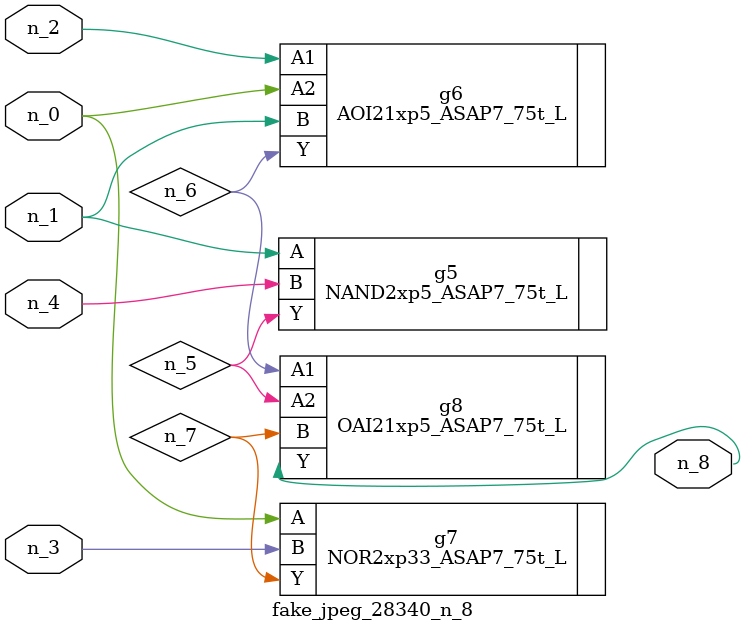
<source format=v>
module fake_jpeg_28340_n_8 (n_3, n_2, n_1, n_0, n_4, n_8);

input n_3;
input n_2;
input n_1;
input n_0;
input n_4;

output n_8;

wire n_6;
wire n_5;
wire n_7;

NAND2xp5_ASAP7_75t_L g5 ( 
.A(n_1),
.B(n_4),
.Y(n_5)
);

AOI21xp5_ASAP7_75t_L g6 ( 
.A1(n_2),
.A2(n_0),
.B(n_1),
.Y(n_6)
);

NOR2xp33_ASAP7_75t_L g7 ( 
.A(n_0),
.B(n_3),
.Y(n_7)
);

OAI21xp5_ASAP7_75t_L g8 ( 
.A1(n_6),
.A2(n_5),
.B(n_7),
.Y(n_8)
);


endmodule
</source>
